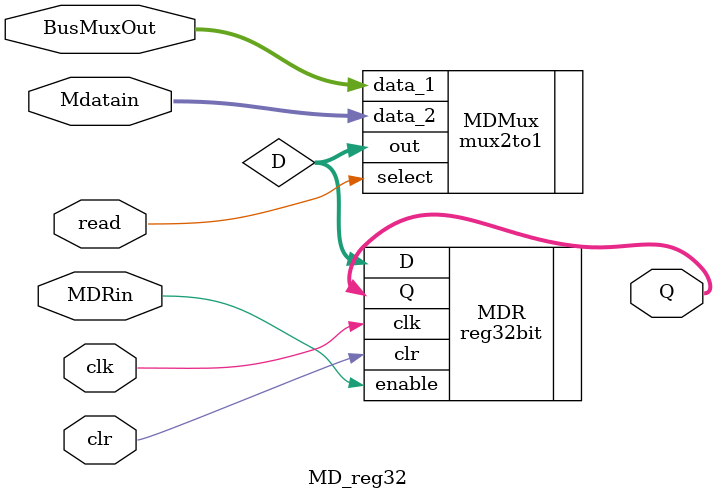
<source format=v>
module MD_reg32(
    input clr, clk, read, MDRin,
    input [31:0] BusMuxOut, Mdatain,
    output [31:0] Q
);

    wire [31:0] D;
	 // instantiate a 2-to-1 mux with select signal as 'read'
	 mux2to1 MDMux(
        .data_1(BusMuxOut),
        .data_2(Mdatain),
        .select(read),
        .out(D)
	);
	 // instantiate a 32-bit register with enable signal as 'MDRin'
	reg32bit MDR(
		.clr(clr),
		.clk(clk),
		.enable(MDRin),
		.D(D), // connect the output of the mux to the input of the register
		.Q(Q) // connect the output of the register to the output of the module
	);
    
endmodule
</source>
